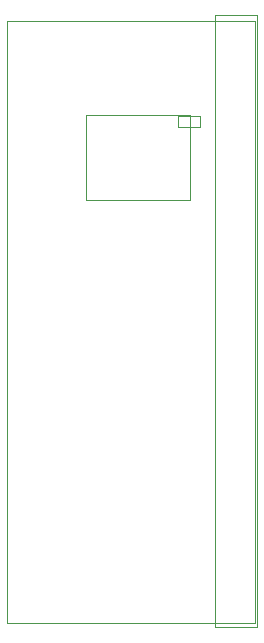
<source format=gbr>
G04 #@! TF.GenerationSoftware,KiCad,Pcbnew,(6.0.6)*
G04 #@! TF.CreationDate,2022-08-20T10:32:50+05:30*
G04 #@! TF.ProjectId,Mitayi-Pico-RP2040,4d697461-7969-42d5-9069-636f2d525032,0.2*
G04 #@! TF.SameCoordinates,PX848f8c0PY6ea0500*
G04 #@! TF.FileFunction,Other,User*
%FSLAX46Y46*%
G04 Gerber Fmt 4.6, Leading zero omitted, Abs format (unit mm)*
G04 Created by KiCad (PCBNEW (6.0.6)) date 2022-08-20 10:32:50*
%MOMM*%
%LPD*%
G01*
G04 APERTURE LIST*
G04 #@! TA.AperFunction,Profile*
%ADD10C,0.100000*%
G04 #@! TD*
%ADD11C,0.050000*%
G04 APERTURE END LIST*
D10*
X0Y51000000D02*
X21000000Y51000000D01*
X21000000Y0D02*
X0Y0D01*
X21000000Y51000000D02*
X21000000Y0D01*
X0Y0D02*
X0Y51000000D01*
D11*
X6730000Y35800000D02*
X6730000Y43000000D01*
X15530000Y43000000D02*
X15530000Y35800000D01*
X15530000Y35800000D02*
X6730000Y35800000D01*
X6730000Y43000000D02*
X15530000Y43000000D01*
X14470000Y42980000D02*
X14470000Y42040000D01*
X14470000Y42040000D02*
X16330000Y42040000D01*
X16330000Y42040000D02*
X16330000Y42980000D01*
X16330000Y42980000D02*
X14470000Y42980000D01*
X17600000Y-350000D02*
X17600000Y51500000D01*
X21200000Y51500000D02*
X21200000Y-350000D01*
X17600000Y51500000D02*
X21200000Y51500000D01*
X21200000Y-350000D02*
X17600000Y-350000D01*
M02*

</source>
